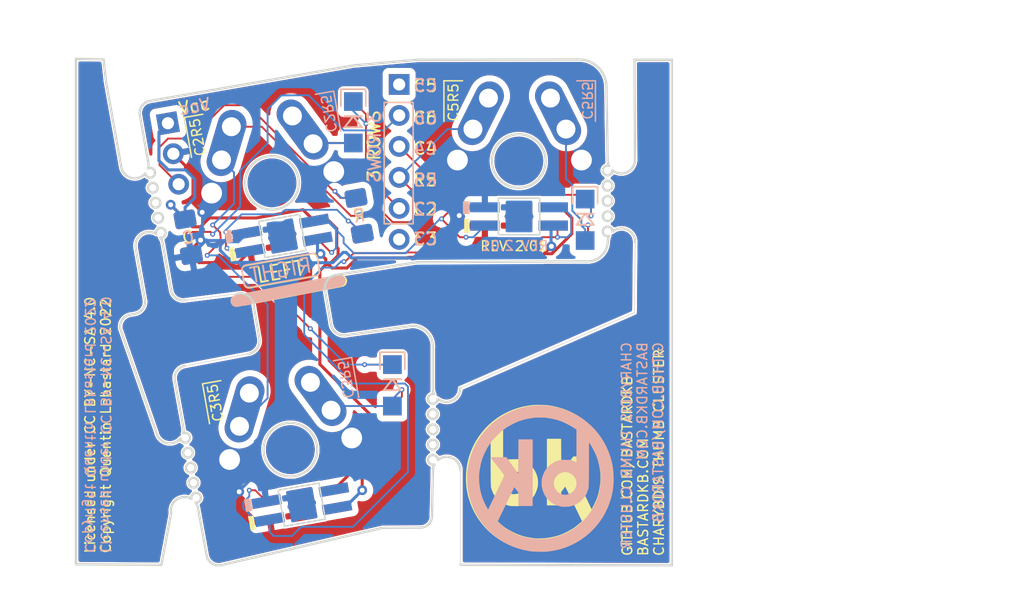
<source format=kicad_pcb>
(kicad_pcb (version 20240108) (generator "pcbnew") (generator_version "8.0")
  (layers (0 "F.Cu" signal) (31 "B.Cu" signal) (34 "B.Paste" user) (35 "F.Paste" user) (36 "B.SilkS" user "B.Silkscreen") (37 "F.SilkS" user "F.Silkscreen") (38 "B.Mask" user) (39 "F.Mask" user) (44 "Edge.Cuts" user))
  (net 0 "")
  (net 2 "col6")
  (net 3 "Net-(D5-Pad2)")
  (net 4 "col2")
  (net 5 "Net-(D9-Pad2)")
  (net 7 "col4")
  (net 8 "Net-(D19-Pad2)")
  (net 9 "row1")
  (net 10 "Vcc")
  (net 11 "Din")
  (net 12 "Gnd")
  (net 13 "Net-(D10-Pad1)")
  (net 14 "Net-(D12-Pad1)")
  (net 17 "Net-(D12-Pad3)")
  (footprint "Connector_PinHeader_2.54mm:PinHeader_1x03_P2.54mm_Vertical" (layer "F.Cu") (at 65.481539 71.553361 10)
    (property "Reference" "J2" (hide yes))
    (property "Value" "Conn_01x03_Female")
  )
  (footprint "Resistor_SMD:R_1206_3216Metric_Pad1.42x1.75mm_HandSolder" (layer "F.Cu") (at 81.15 79.15 100)
    (property "Reference" "R2" (hide yes))
    (property "Value" "R")
  )
  (footprint "libs2:YS-SK6812MINI-E_REVERSE" (layer "F.Cu") (at 94.25 79.2)
    (property "Reference" "D10" (hide yes))
    (property "Value" "SK6812MINI")
    (fp_line (start -1.7 -1.5) (end -1.7 1.5) (stroke (width 0.12)) (layer "Edge.Cuts"))
    (fp_line (start -1.7 1.5) (end 1.7 1.5) (stroke (width 0.12)) (layer "Edge.Cuts"))
    (fp_line (start 1.7 -1.5) (end -1.7 -1.5) (stroke (width 0.12)) (layer "Edge.Cuts"))
    (fp_line (start 1.7 1.5) (end 1.7 -1.5) (stroke (width 0.12)) (layer "Edge.Cuts"))
  )
  (footprint "custom:Diode_TH_SOD123" (layer "F.Cu") (at 83.872275 88.045142 -90)
    (property "Reference" "D9" (hide yes))
    (property "Value" "D")
  )
  (footprint "custom:SW_MX_reversible" (layer "F.Cu") (at 75.5396 98.2472 10)
    (property "Reference" "SW9" (hide yes))
    (property "Value" "SW_Push")
  )
  (footprint "LED_SMD:LED_1206_3216Metric_Pad1.42x1.75mm_HandSolder" (layer "F.Cu") (at 67.15 80.9 -80)
    (property "Reference" "C1" (hide yes))
    (property "Value" "C")
  )
  (footprint "custom:Diode_TH_SOD123" (layer "F.Cu") (at 80.67 66.48 -90)
    (property "Reference" "D5" (hide yes))
    (property "Value" "D")
  )
  (footprint "custom:SW_MX_reversible" (layer "F.Cu") (at 94.2848 74.5744)
    (property "Reference" "SW19" (hide yes))
    (property "Value" "SW_Push")
  )
  (footprint "libs2:YS-SK6812MINI-E_REVERSE" (layer "F.Cu") (at 74.85 80.8 10)
    (property "Reference" "D12" (hide yes))
    (property "Value" "SK6812MINI")
    (fp_line (start -1.7 -1.5) (end -1.7 1.5) (stroke (width 0.12)) (layer "Edge.Cuts"))
    (fp_line (start -1.7 1.5) (end 1.7 1.5) (stroke (width 0.12)) (layer "Edge.Cuts"))
    (fp_line (start 1.7 -1.5) (end -1.7 -1.5) (stroke (width 0.12)) (layer "Edge.Cuts"))
    (fp_line (start 1.7 1.5) (end 1.7 -1.5) (stroke (width 0.12)) (layer "Edge.Cuts"))
  )
  (footprint "libs2:YS-SK6812MINI-E_REVERSE" (layer "F.Cu") (at 76.45 102.83 10)
    (property "Reference" "D2" (hide yes))
    (property "Value" "SK6812MINI")
    (fp_line (start -1.7 -1.5) (end -1.7 1.5) (stroke (width 0.12)) (layer "Edge.Cuts"))
    (fp_line (start -1.7 1.5) (end 1.7 1.5) (stroke (width 0.12)) (layer "Edge.Cuts"))
    (fp_line (start 1.7 -1.5) (end -1.7 -1.5) (stroke (width 0.12)) (layer "Edge.Cuts"))
    (fp_line (start 1.7 1.5) (end 1.7 -1.5) (stroke (width 0.12)) (layer "Edge.Cuts"))
  )
  (footprint "Connector_PinHeader_2.54mm:PinHeader_1x06_P2.54mm_Vertical" (layer "F.Cu") (at 84.4296 68.3768)
    (property "Reference" "J1" (hide yes))
    (property "Value" "Conn_01x06_Female")
  )
  (footprint "custom:Diode_TH_SOD123" (layer "F.Cu") (at 99.67 74.474 -90)
    (property "Reference" "D19" (hide yes))
    (property "Value" "D")
  )
  (footprint "custom:SW_MX_reversible" (layer "F.Cu") (at 74.0664 76.4032 10)
    (property "Reference" "SW5" (hide yes))
    (property "Value" "SW_Push")
  )
  (footprint "LOGO" (layer "F.Cu") (at 95.9 100.65)
    (property "Reference" "G***" (hide yes))
    (property "Value" "LOGO" (hide yes))
  )
  (footprint "libs2:YS-SK6812MINI-E_REVERSE_NO_EDGECUT" (layer "B.Cu") (at 94.25 79.2)
    (property "Reference" "D11" (hide yes))
    (property "Value" "SK6812MINI")
  )
  (footprint "libs2:YS-SK6812MINI-E_REVERSE_NO_EDGECUT" (layer "B.Cu") (at 74.85 80.8 10)
    (property "Reference" "D13" (hide yes))
    (property "Value" "SK6812MINI")
  )
  (footprint "libs2:YS-SK6812MINI-E_REVERSE_NO_EDGECUT" (layer "B.Cu") (at 76.45 102.83 10)
    (property "Reference" "D3" (hide yes))
    (property "Value" "SK6812MINI")
  )
  (footprint "LOGO" (layer "B.Cu") (at 96 100.7 180)
    (property "Reference" "G***" (hide yes))
    (property "Value" "LOGO" (hide yes))
  )
  (footprint "LED_SMD:LED_1206_3216Metric_Pad1.42x1.75mm_HandSolder" (layer "B.Cu") (at 67.15 80.9 -80)
    (property "Reference" "C2" (hide yes))
    (property "Value" "C")
  )
  (footprint "Resistor_SMD:R_1206_3216Metric_Pad1.42x1.75mm_HandSolder" (layer "B.Cu") (at 81.149132 79.145076 100)
    (property "Reference" "R1" (hide yes))
    (property "Value" "R")
  )
  (gr_arc (start 77.220842 82.23473) (mid 77.541127 82.279058) (end 77.723033 82.546373) (stroke (width 0.12)) (layer "B.SilkS"))
  (gr_line (start 79.53 84.475) (end 71.105 86.125) (stroke (width 1)) (layer "B.SilkS"))
  (gr_arc (start 71.566617 83.67896) (mid 71.610944 83.358675) (end 71.878259 83.176768) (stroke (width 0.12)) (layer "B.SilkS"))
  (gr_line (start 71.878259 83.176768) (end 77.220842 82.23473) (stroke (width 0.12)) (layer "B.SilkS"))
  (gr_line (start 77.588358 84.052192) (end 72.245775 84.99423) (stroke (width 0.12)) (layer "B.SilkS"))
  (gr_line (start 77.9 83.55) (end 77.723033 82.546372) (stroke (width 0.12)) (layer "B.SilkS"))
  (gr_arc (start 77.9 83.55) (mid 77.855673 83.870285) (end 77.588358 84.052192) (stroke (width 0.12)) (layer "B.SilkS"))
  (gr_line (start 71.566617 83.67896) (end 71.743584 84.682588) (stroke (width 0.12)) (layer "B.SilkS"))
  (gr_rect (start 83.1975 69.85) (end 85.5725 79.8) (stroke (width 0.12)) (fill none) (layer "B.SilkS"))
  (gr_arc (start 72.245775 84.99423) (mid 71.92549 84.949902) (end 71.743584 84.682587) (stroke (width 0.12)) (layer "B.SilkS"))
  (gr_line (start 79.665 84.485) (end 71.735 86.015) (stroke (width 1)) (layer "F.SilkS"))
  (gr_arc (start 77.251576 82.275615) (mid 77.564985 82.355124) (end 77.716183 82.640933) (stroke (width 0.12)) (layer "F.SilkS"))
  (gr_line (start 77.251576 82.275615) (end 71.908995 83.217659) (stroke (width 0.12)) (layer "F.SilkS"))
  (gr_line (start 77.716183 82.640933) (end 77.89315 83.644561) (stroke (width 0.12)) (layer "F.SilkS"))
  (gr_arc (start 71.543676 83.682267) (mid 71.623186 83.368857) (end 71.908995 83.217659) (stroke (width 0.12)) (layer "F.SilkS"))
  (gr_line (start 71.720644 84.685895) (end 71.543677 83.682267) (stroke (width 0.12)) (layer "F.SilkS"))
  (gr_rect (start 83.2 69.85) (end 85.575 79.8) (stroke (width 0.12)) (fill none) (layer "F.SilkS"))
  (gr_line (start 72.185251 85.051213) (end 77.527832 84.109169) (stroke (width 0.12)) (layer "F.SilkS"))
  (gr_arc (start 72.185251 85.051213) (mid 71.871842 84.971704) (end 71.720644 84.685895) (stroke (width 0.12)) (layer "F.SilkS"))
  (gr_arc (start 77.893151 83.644561) (mid 77.813641 83.957971) (end 77.527832 84.109169) (stroke (width 0.12)) (layer "F.SilkS"))
  (gr_circle (center 87.190015 96.65875) (end 87.190015 97.05875) (stroke (width 0.2)) (fill none) (layer "Edge.Cuts"))
  (gr_arc (start 66.722547 96.986841) (mid 67.256834 97.529352) (end 66.506314 97.400896) (stroke (width 0.2)) (layer "Edge.Cuts"))
  (gr_arc (start 87.585343 94.143051) (mid 86.87034 94.404879) (end 87.297918 93.774831) (stroke (width 0.2)) (layer "Edge.Cuts"))
  (gr_circle (center 94.231557 74.652763) (end 96.431557 74.652763) (stroke (width 0.2)) (fill none) (layer "Edge.Cuts"))
  (gr_arc (start 64.859503 80.937226) (mid 64.984487 81.157959) (end 65.056842 81.401082) (stroke (width 0.2)) (layer "Edge.Cuts"))
  (gr_line (start 61.586115 88.418802) (end 64.53208 96.885594) (stroke (width 0.2)) (layer "Edge.Cuts"))
  (gr_line (start 60.399728 68.086451) (end 61.657985 75.150261) (stroke (width 0.2)) (layer "Edge.Cuts"))
  (gr_arc (start 71.166131 85.535797) (mid 72.017587 85.679288) (end 72.496567 86.397721) (stroke (width 0.2)) (layer "Edge.Cuts"))
  (gr_line (start 103.709519 87.079288) (end 89.43412 93.279826) (stroke (width 0.05)) (layer "Edge.Cuts"))
  (gr_line (start 68.654535 106.986262) (end 67.952736 103.124513) (stroke (width 0.2)) (layer "Edge.Cuts"))
  (gr_arc (start 63.873117 74.755686) (mid 63.889163 75.008839) (end 63.848085 75.259152) (stroke (width 0.2)) (layer "Edge.Cuts"))
  (gr_line (start 101.409519 68.579288) (end 101.50581 74.554291) (stroke (width 0.2)) (layer "Edge.Cuts"))
  (gr_circle (center 87.192197 97.908747) (end 87.192197 98.308747) (stroke (width 0.2)) (fill none) (layer "Edge.Cuts"))
  (gr_line (start 106.767587 66.352763) (end 106.767587 107.80746) (stroke (width 0.2)) (layer "Edge.Cuts"))
  (gr_arc (start 103.755805 74.550362) (mid 103.106763 75.571685) (end 101.907029 75.413587) (stroke (width 0.2)) (layer "Edge.Cuts"))
  (gr_arc (start 80.682774 66.820485) (mid 80.726317 66.813715) (end 80.770116 66.80887) (stroke (width 0.2)) (layer "Edge.Cuts"))
  (gr_arc (start 87.109122 103.709526) (mid 86.876488 104.405155) (end 86.209122 104.709526) (stroke (width 0.2)) (layer "Edge.Cuts"))
  (gr_line (start 57.951798 107.718617) (end 57.951798 66.280035) (stroke (width 0.2)) (layer "Edge.Cuts"))
  (gr_arc (start 85.887631 82.956645) (mid 85.931601 82.953734) (end 85.975656 82.952763) (stroke (width 0.2)) (layer "Edge.Cuts"))
  (gr_arc (start 63.184802 70.891511) (mid 63.349154 70.143999) (end 63.993939 69.731642) (stroke (width 0.2)) (layer "Edge.Cuts"))
  (gr_line (start 83.068065 104.732225) (end 69.817222 107.791345) (stroke (width 0.2)) (layer "Edge.Cuts"))
  (gr_circle (center 101.5117 77.929286) (end 101.5117 78.329286) (stroke (width 0.2)) (fill none) (layer "Edge.Cuts"))
  (gr_arc (start 87.297918 93.774831) (mid 87.213162 93.535749) (end 87.184125 93.283755) (stroke (width 0.2)) (layer "Edge.Cuts"))
  (gr_line (start 80.169043 88.922779) (end 85.502015 88.165856) (stroke (width 0.2)) (layer "Edge.Cuts"))
  (gr_arc (start 63.848085 75.259151) (mid 64.380477 75.803527) (end 63.630407 75.672451) (stroke (width 0.2)) (layer "Edge.Cuts"))
  (gr_line (start 106.767587 107.80746) (end 89.445902 107.75875) (stroke (width 0.2)) (layer "Edge.Cuts"))
  (gr_arc (start 69.817222 107.791345) (mid 69.06914 107.629604) (end 68.654535 106.986262) (stroke (width 0.2)) (layer "Edge.Cuts"))
  (gr_arc (start 87.594122 99.173051) (mid 88.793297 99.010766) (end 89.445902 100.029817) (stroke (width 0.2)) (layer "Edge.Cuts"))
  (gr_circle (center 64.684188 79.309013) (end 65.084188 79.309013) (stroke (width 0.2)) (fill none) (layer "Edge.Cuts"))
  (gr_arc (start 85.502015 88.165856) (mid 86.749023 88.715695) (end 87.184126 90.00722) (stroke (width 0.2)) (layer "Edge.Cuts"))
  (gr_arc (start 85.887631 66.356645) (mid 85.931601 66.353734) (end 85.975656 66.352763) (stroke (width 0.2)) (layer "Edge.Cuts"))
  (gr_arc (start 87.195906 100.033743) (mid 87.224063 99.78165) (end 87.307984 99.542273) (stroke (width 0.2)) (layer "Edge.Cuts"))
  (gr_line (start 80.770116 66.80887) (end 85.887631 66.356645) (stroke (width 0.2)) (layer "Edge.Cuts"))
  (gr_line (start 63.993939 69.731642) (end 80.682775 66.820485) (stroke (width 0.2)) (layer "Edge.Cuts"))
  (gr_arc (start 61.586115 88.418802) (mid 61.748851 87.669287) (end 62.394633 87.255497) (stroke (width 0.2)) (layer "Edge.Cuts"))
  (gr_line (start 99.709519 82.879288) (end 85.975656 82.952763) (stroke (width 0.2)) (layer "Edge.Cuts"))
  (gr_arc (start 101.619603 75.045367) (mid 101.534847 74.806285) (end 101.50581 74.554291) (stroke (width 0.2)) (layer "Edge.Cuts"))
  (gr_arc (start 101.629669 80.812809) (mid 101.199895 80.184256) (end 101.915808 80.443588) (stroke (width 0.2)) (layer "Edge.Cuts"))
  (gr_arc (start 67.405691 102.349847) (mid 68.063028 101.965541) (end 67.75378 102.661349) (stroke (width 0.2)) (layer "Edge.Cuts"))
  (gr_circle (center 64.464979 78.078384) (end 64.864979 78.078384) (stroke (width 0.2)) (fill none) (layer "Edge.Cuts"))
  (gr_line (start 60.20794 66.322801) (end 60.399728 68.086451) (stroke (width 0.2)) (layer "Edge.Cuts"))
  (gr_line (start 72.961078 89.127832) (end 72.496567 86.397721) (stroke (width 0.2)) (layer "Edge.Cuts"))
  (gr_circle (center 64.245771 76.847755) (end 64.645771 76.847755) (stroke (width 0.2)) (fill none) (layer "Edge.Cuts"))
  (gr_line (start 64.948202 107.761383) (end 57.951798 107.718617) (stroke (width 0.2)) (layer "Edge.Cuts"))
  (gr_arc (start 63.59523 86.025897) (mid 63.430879 86.77341) (end 62.786094 87.185767) (stroke (width 0.2)) (layer "Edge.Cuts"))
  (gr_line (start 89.445902 100.029817) (end 89.445902 107.75875) (stroke (width 0.05)) (layer "Edge.Cuts"))
  (gr_line (start 103.755805 74.550362) (end 103.709519 66.352763) (stroke (width 0.2)) (layer "Edge.Cuts"))
  (gr_circle (center 75.515525 98.319843) (end 77.715525 98.319843) (stroke (width 0.2)) (fill none) (layer "Edge.Cuts"))
  (gr_line (start 62.786094 87.185767) (end 62.394633 87.255497) (stroke (width 0.2)) (layer "Edge.Cuts"))
  (gr_arc (start 64.512504 80.624512) (mid 65.171177 80.242501) (end 64.859504 80.937226) (stroke (width 0.2)) (layer "Edge.Cuts"))
  (gr_line (start 103.767587 81.300353) (end 103.709519 87.079288) (stroke (width 0.05)) (layer "Edge.Cuts"))
  (gr_circle (center 101.509519 76.679288) (end 101.509519 77.079288) (stroke (width 0.2)) (fill none) (layer "Edge.Cuts"))
  (gr_arc (start 63.630408 75.67245) (mid 62.477632 76.040506) (end 61.657985 75.150261) (stroke (width 0.2)) (layer "Edge.Cuts"))
  (gr_circle (center 87.187834 95.408752) (end 87.187834 95.808752) (stroke (width 0.2)) (fill none) (layer "Edge.Cuts"))
  (gr_arc (start 101.915807 80.443587) (mid 103.114982 80.281302) (end 103.767587 81.300353) (stroke (width 0.2)) (layer "Edge.Cuts"))
  (gr_line (start 86.209122 104.709526) (end 83.068065 104.732225) (stroke (width 0.2)) (layer "Edge.Cuts"))
  (gr_line (start 57.951798 66.280035) (end 60.20794 66.322801) (stroke (width 0.2)) (layer "Edge.Cuts"))
  (gr_arc (start 66.745821 96.483289) (mid 66.762751 96.736384) (end 66.722547 96.986839) (stroke (width 0.2)) (layer "Edge.Cuts"))
  (gr_line (start 87.184126 90.00722) (end 87.184125 93.283755) (stroke (width 0.2)) (layer "Edge.Cuts"))
  (gr_line (start 87.195906 100.033743) (end 87.109122 103.709526) (stroke (width 0.2)) (layer "Edge.Cuts"))
  (gr_circle (center 101.513882 79.179283) (end 101.513882 79.579283) (stroke (width 0.2)) (fill none) (layer "Edge.Cuts"))
  (gr_arc (start 62.84171 81.795658) (mid 63.303542 80.677147) (end 64.512503 80.624511) (stroke (width 0.2)) (layer "Edge.Cuts"))
  (gr_circle (center 67.349279 99.803901) (end 67.749279 99.803901) (stroke (width 0.2)) (fill none) (layer "Edge.Cuts"))
  (gr_line (start 65.745157 85.265257) (end 65.056842 81.401082) (stroke (width 0.2)) (layer "Edge.Cuts"))
  (gr_arc (start 65.738995 103.526819) (mid 66.19692 102.406702) (end 67.40569 102.349847) (stroke (width 0.2)) (layer "Edge.Cuts"))
  (gr_arc (start 66.905027 86.074393) (mid 66.157514 85.910042) (end 65.745157 85.265257) (stroke (width 0.2)) (layer "Edge.Cuts"))
  (gr_arc (start 89.43412 93.279826) (mid 88.785078 94.301149) (end 87.585344 94.143051) (stroke (width 0.2)) (layer "Edge.Cuts"))
  (gr_arc (start 101.517591 81.304279) (mid 100.949524 82.477468) (end 99.709519 82.879288) (stroke (width 0.2)) (layer "Edge.Cuts"))
  (gr_line (start 63.873117 74.755687) (end 63.184802 70.891512) (stroke (width 0.2)) (layer "Edge.Cuts"))
  (gr_arc (start 99.009518 66.332781) (mid 100.696665 66.935603) (end 101.409519 68.579288) (stroke (width 0.2)) (layer "Edge.Cuts"))
  (gr_arc (start 66.506314 97.400897) (mid 65.354829 97.772974) (end 64.53208 96.885594) (stroke (width 0.2)) (layer "Edge.Cuts"))
  (gr_arc (start 72.961078 89.127832) (mid 72.817587 89.979288) (end 72.099154 90.458268) (stroke (width 0.2)) (layer "Edge.Cuts"))
  (gr_arc (start 101.907028 75.413587) (mid 101.192025 75.675415) (end 101.619603 75.045367) (stroke (width 0.2)) (layer "Edge.Cuts"))
  (gr_circle (center 74.010357 76.439671) (end 76.210357 76.439671) (stroke (width 0.2)) (fill none) (layer "Edge.Cuts"))
  (gr_arc (start 80.169043 88.922779) (mid 79.317587 88.779288) (end 78.838607 88.060855) (stroke (width 0.2)) (layer "Edge.Cuts"))
  (gr_line (start 78.374096 85.330744) (end 78.838607 88.060855) (stroke (width 0.2)) (layer "Edge.Cuts"))
  (gr_line (start 71.166131 85.535797) (end 66.905027 86.074393) (stroke (width 0.05)) (layer "Edge.Cuts"))
  (gr_line (start 85.975656 66.352763) (end 99.009518 66.332781) (stroke (width 0.2)) (layer "Edge.Cuts"))
  (gr_line (start 65.738995 103.526818) (end 64.948202 107.761383) (stroke (width 0.2)) (layer "Edge.Cuts"))
  (gr_arc (start 87.307984 99.542273) (mid 86.87821 98.91372) (end 87.594123 99.173052) (stroke (width 0.2)) (layer "Edge.Cuts"))
  (gr_arc (start 66.044023 92.62154) (mid 66.205764 91.873458) (end 66.849106 91.458853) (stroke (width 0.2)) (layer "Edge.Cuts"))
  (gr_arc (start 67.75378 102.661349) (mid 67.879534 102.881644) (end 67.952736 103.124513) (stroke (width 0.2)) (layer "Edge.Cuts"))
  (gr_arc (start 101.517591 81.304279) (mid 101.545748 81.052186) (end 101.629669 80.812809) (stroke (width 0.2)) (layer "Edge.Cuts"))
  (gr_line (start 66.849106 91.458853) (end 72.099154 90.458268) (stroke (width 0.05)) (layer "Edge.Cuts"))
  (gr_line (start 66.745821 96.483289) (end 66.044023 92.62154) (stroke (width 0.2)) (layer "Edge.Cuts"))
  (gr_arc (start 78.374096 85.330744) (mid 78.517587 84.479288) (end 79.23602 84.000308) (stroke (width 0.2)) (layer "Edge.Cuts"))
  (gr_circle (center 67.125776 98.574045) (end 67.525776 98.574045) (stroke (width 0.2)) (fill none) (layer "Edge.Cuts"))
  (gr_line (start 62.84171 81.795657) (end 63.59523 86.025897) (stroke (width 0.2)) (layer "Edge.Cuts"))
  (gr_circle (center 67.572782 101.033757) (end 67.972782 101.033757) (stroke (width 0.2)) (fill none) (layer "Edge.Cuts"))
  (gr_line (start 85.887631 82.956644) (end 79.23602 84.000308) (stroke (width 0.2)) (layer "Edge.Cuts"))
  (gr_line (start 103.709519 66.352763) (end 106.767587 66.352763) (stroke (width 0.2)) (layer "Edge.Cuts"))
  (gr_text "C3R5" (at 80.025 92.575 280) (layer "B.SilkS") (effects (font (size 0.8 0.8) (thickness 0.12)) (justify mirror)))
  (gr_text "C" (at 67.145876 80.947861 10) (layer "B.SilkS") (effects (font (size 1 1)) (justify mirror)))
  (gr_text "R" (at 81.15 79.15 10) (layer "B.SilkS") (effects (font (size 1 1)) (justify mirror)))
  (gr_text "BASTARDKB.COM" (at 104.35 94.35 90) (layer "B.SilkS") (effects (font (size 0.8 0.8) (thickness 0.12)) (justify mirror)))
  (gr_text "C2" (at 86.575 78.6176 0) (layer "B.SilkS") (effects (font (size 1 1)) (justify mirror)))
  (gr_text "C5" (at 86.575 68.4576 0) (layer "B.SilkS") (effects (font (size 1 1)) (justify mirror)))
  (gr_text "RIGHT" (at 74.723826 83.622131 10) (layer "B.SilkS") (effects (font (size 1.2 1.2)) (justify mirror)))
  (gr_text "Vcc" (at 67.659117 70.202823 10) (layer "B.SilkS") (effects (font (size 1 1)) (justify mirror)))
  (gr_text "Licensed under CC BY-NC-SA 4.0\nCopyright Quentin Lebastard 2022" (at 59.74 106.86 -90) (layer "B.SilkS") (effects (font (size 0.8 0.8) (thickness 0.12)) (justify left mirror)))
  (gr_text "R5" (at 86.575 76.2317 0) (layer "B.SilkS") (effects (font (size 1 1)) (justify mirror)))
  (gr_text "3 ROWS" (at 82.4225 73.52 90) (layer "B.SilkS") (effects (font (size 1 1)) (justify mirror)))
  (gr_text "REV 2.01" (at 93.9 81.6 0) (layer "B.SilkS") (effects (font (size 0.8 0.8) (thickness 0.12)) (justify mirror)))
  (gr_text "GITHUB.COM/BASTARDKB" (at 105.645 96.902381 90) (layer "B.SilkS") (effects (font (size 0.8 0.8) (thickness 0.12)) (justify mirror)))
  (gr_text "C5R5" (at 99.813 69.7 270) (layer "B.SilkS") (effects (font (size 0.8 0.8) (thickness 0.12)) (justify mirror)))
  (gr_text "C2R5" (at 78.625 70.775 280) (layer "B.SilkS") (effects (font (size 0.8 0.8) (thickness 0.12)) (justify mirror)))
  (gr_text "C3" (at 86.575 81.0577 0) (layer "B.SilkS") (effects (font (size 1 1)) (justify mirror)))
  (gr_text "C6" (at 86.575 71.15 0) (layer "B.SilkS") (effects (font (size 1 1)) (justify mirror)))
  (gr_text "C4" (at 86.575 73.6409 0) (layer "B.SilkS") (effects (font (size 1 1)) (justify mirror)))
  (gr_text "CHARYBDIS THUMB CLUSTER" (at 103.055 97.988096 90) (layer "B.SilkS") (effects (font (size 0.8 0.8) (thickness 0.12)) (justify mirror)))
  (gr_text "C3R5" (at 69.375 94.475 100) (layer "F.SilkS") (effects (font (size 0.8 0.8) (thickness 0.12))))
  (gr_text "BASTARDKB.COM" (at 104.418 102.198096 90) (layer "F.SilkS") (effects (font (size 0.8 0.8) (thickness 0.12))))
  (gr_text "GITHUB.COM/BASTARDKB" (at 103.123 99.645715 90) (layer "F.SilkS") (effects (font (size 0.8 0.8) (thickness 0.12))))
  (gr_text "C3" (at 86.575 81.0401 0) (layer "F.SilkS") (effects (font (size 1 1))))
  (gr_text "C5" (at 86.575 68.4824 0) (layer "F.SilkS") (effects (font (size 1 1))))
  (gr_text "Vcc" (at 67.65 70.15112 10) (layer "F.SilkS") (effects (font (size 1 1))))
  (gr_text "C" (at 67.137628 80.901082 10) (layer "F.SilkS") (effects (font (size 1 1))))
  (gr_text "REV 2.01" (at 93.825 81.635 0) (layer "F.SilkS") (effects (font (size 0.8 0.8) (thickness 0.12))))
  (gr_text "C2" (at 86.575 78.6 0) (layer "F.SilkS") (effects (font (size 1 1))))
  (gr_text "C5R5" (at 88.875 69.85 90) (layer "F.SilkS") (effects (font (size 0.8 0.8) (thickness 0.12))))
  (gr_text "LEFT" (at 74.719592 83.731524 10) (layer "F.SilkS") (effects (font (size 1.2 1.2))))
  (gr_text "3 ROWS" (at 82.37 73.4 90) (layer "F.SilkS") (effects (font (size 1 1))))
  (gr_text "R" (at 81.167823 79.078316 10) (layer "F.SilkS") (effects (font (size 1 1))))
  (gr_text "C2R5" (at 67.925 72.7 100) (layer "F.SilkS") (effects (font (size 0.8 0.8) (thickness 0.12))))
  (gr_text "CHARYBDIS THUMB CLUSTER" (at 105.713 98.560001 90) (layer "F.SilkS") (effects (font (size 0.8 0.8) (thickness 0.12))))
  (gr_text "R5" (at 86.575 76.2141 0) (layer "F.SilkS") (effects (font (size 1 1))))
  (gr_text "Licensed under CC BY-NC-SA 4.0\nCopyright Quentin Lebastard 2022" (at 59.749509 106.8931 90) (layer "F.SilkS") (effects (font (size 0.8 0.8) (thickness 0.12)) (justify left)))
  (gr_text "C4" (at 86.575 73.6233 0) (layer "F.SilkS") (effects (font (size 1 1))))
  (gr_text "C6" (at 86.575 71.1324 0) (layer "F.SilkS") (effects (font (size 1 1))))
  (segment (start 65.9 83.15) (end 65.9 81.65) (width 0.1524) (layer "F.Cu") (net 2))
  (segment (start 72.9 84.15) (end 66.9 84.15) (width 0.1524) (layer "F.Cu") (net 2))
  (segment (start 83.872275 91.345142) (end 81.595142 91.345142) (width 0.1524) (layer "F.Cu") (net 2))
  (segment (start 68.965052 80.465052) (end 69.15 80.65) (width 0.1524) (layer "F.Cu") (net 2))
  (segment (start 65.9 81.65) (end 66.9 80.65) (width 0.1524) (layer "F.Cu") (net 2))
  (segment (start 77.15 88.4) (end 72.9 84.15) (width 0.1524) (layer "F.Cu") (net 2))
  (segment (start 66.9 84.15) (end 65.9 83.15) (width 0.1524) (layer "F.Cu") (net 2))
  (segment (start 65.9 81.65) (end 67.084948 80.465052) (width 0.1524) (layer "F.Cu") (net 2))
  (segment (start 67.084948 80.465052) (end 68.965052 80.465052) (width 0.1524) (layer "F.Cu") (net 2))
  (via (at 81.595142 91.345142) (size 0.4) (drill 0.2) (layers "F.Cu" "B.Cu") (net 2))
  (via (at 69.15 80.65) (size 0.4) (drill 0.2) (layers "F.Cu" "B.Cu") (net 2))
  (via (at 77.15 88.4) (size 0.4) (drill 0.2) (layers "F.Cu" "B.Cu") (net 2))
  (segment (start 77.014296 69.264296) (end 79.891789 72.141789) (width 0.1524) (layer "B.Cu") (net 2))
  (segment (start 69.15 80.65) (end 71.4 78.4) (width 0.1524) (layer "B.Cu") (net 2))
  (segment (start 83.188189 72.141789) (end 83.1964 72.15) (width 0.1524) (layer "B.Cu") (net 2))
  (segment (start 73.65 73.201304) (end 73.65 70.398829) (width 0.1524) (layer "B.Cu") (net 2))
  (segment (start 83.1964 72.15) (end 84.4296 70.9168) (width 0.1524) (layer "B.Cu") (net 2))
  (segment (start 74.784533 69.264296) (end 77.014296 69.264296) (width 0.1524) (layer "B.Cu") (net 2))
  (segment (start 71.4 78.4) (end 71.4 75.451304) (width 0.1524) (layer "B.Cu") (net 2))
  (segment (start 79.891789 72.141789) (end 83.188189 72.141789) (width 0.1524) (layer "B.Cu") (net 2))
  (segment (start 74.784533 69.264296) (end 75.514296 69.264296) (width 0.1524) (layer "B.Cu") (net 2))
  (segment (start 71.4 75.451304) (end 73.65 73.201304) (width 0.1524) (layer "B.Cu") (net 2))
  (segment (start 77.15 88.4) (end 80.095142 91.345142) (width 0.1524) (layer "B.Cu") (net 2))
  (segment (start 71.4 75.451304) (end 71.550652 75.300652) (width 0.1524) (layer "B.Cu") (net 2))
  (segment (start 80.095142 91.345142) (end 83.872275 91.345142) (width 0.1524) (layer "B.Cu") (net 2))
  (segment (start 73.65 70.398829) (end 74.784533 69.264296) (width 0.1524) (layer "B.Cu") (net 2))
  (segment (start 80.67 73.18) (end 77.43764 73.18) (width 0.1524) (layer "F.Cu") (net 3))
  (segment (start 77.43764 73.18) (end 77.377451 73.240189) (width 0.1524) (layer "F.Cu") (net 3))
  (segment (start 80.67 73.18) (end 77.43764 73.18) (width 0.1524) (layer "B.Cu") (net 3))
  (segment (start 77.43764 73.18) (end 77.377451 73.240189) (width 0.1524) (layer "B.Cu") (net 3))
  (segment (start 81.708211 71.591789) (end 81.708211 75.815411) (width 0.1524) (layer "F.Cu") (net 4))
  (segment (start 81.708211 75.815411) (end 84.4296 78.5368) (width 0.1524) (layer "F.Cu") (net 4))
  (segment (start 81.708211 70.818211) (end 81.708211 71.591789) (width 0.1524) (layer "F.Cu") (net 4))
  (segment (start 80.67 69.78) (end 81.708211 70.818211) (width 0.1524) (layer "F.Cu") (net 4))
  (segment (start 81.708211 71.458211) (end 81.708211 71.591789) (width 0.1524) (layer "F.Cu") (net 4))
  (via (at 81.708211 71.591789) (size 0.4) (drill 0.2) (layers "F.Cu" "B.Cu") (net 4))
  (segment (start 81.708211 71.591789) (end 80.67 70.553578) (width 0.1524) (layer "B.Cu") (net 4))
  (segment (start 80.67 70.553578) (end 80.67 69.78) (width 0.1524) (layer "B.Cu") (net 4))
  (segment (start 84.65 93.4) (end 84.65 93.967417) (width 0.1524) (layer "F.Cu") (net 5))
  (segment (start 84.65 93.967417) (end 83.872275 94.745142) (width 0.1524) (layer "F.Cu") (net 5))
  (via (at 84.65 93.4) (size 0.4) (drill 0.2) (layers "F.Cu" "B.Cu") (net 5))
  (segment (start 83.872275 94.177725) (end 84.65 93.4) (width 0.1524) (layer "B.Cu") (net 5))
  (segment (start 83.872275 94.745142) (end 83.872275 94.177725) (width 0.1524) (layer "B.Cu") (net 5))
  (segment (start 83.872275 94.745142) (end 79.189698 94.745142) (width 0.1524) (layer "B.Cu") (net 5))
  (segment (start 79.189698 94.745142) (end 78.850651 95.084189) (width 0.1524) (layer "B.Cu") (net 5))
  (segment (start 99.67 77.774) (end 99.31978 77.42378) (width 0.1524) (layer "F.Cu") (net 7))
  (segment (start 100.15 78.254) (end 100.15 79.15) (width 0.1524) (layer "F.Cu") (net 7))
  (segment (start 99.31978 77.42378) (end 88.39658 77.42378) (width 0.1524) (layer "F.Cu") (net 7))
  (segment (start 88.39658 77.42378) (end 84.4296 73.4568) (width 0.1524) (layer "F.Cu") (net 7))
  (segment (start 99.67 77.774) (end 100.15 78.254) (width 0.1524) (layer "F.Cu") (net 7))
  (via (at 100.15 79.15) (size 0.4) (drill 0.2) (layers "F.Cu" "B.Cu") (net 7))
  (segment (start 100.15 78.254) (end 99.67 77.774) (width 0.1524) (layer "B.Cu") (net 7))
  (segment (start 100.15 79.15) (end 100.15 78.254) (width 0.1524) (layer "B.Cu") (net 7))
  (segment (start 99.9 79.9) (end 99.9 80.944) (width 0.1524) (layer "F.Cu") (net 8))
  (segment (start 99.9 80.944) (end 99.67 81.174) (width 0.1524) (layer "F.Cu") (net 8))
  (via (at 99.9 79.9) (size 0.4) (drill 0.2) (layers "F.Cu" "B.Cu") (net 8))
  (segment (start 98.616179 78.741359) (end 98.616179 76.616179) (width 0.1524) (layer "B.Cu") (net 8))
  (segment (start 99.67 80.2596) (end 99.3552 79.9448) (width 0.1524) (layer "B.Cu") (net 8))
  (segment (start 99.3552 79.9448) (end 99.8552 79.9448) (width 0.1524) (layer "B.Cu") (net 8))
  (segment (start 98.616179 76.616179) (end 98.0948 76.0948) (width 0.1524) (layer "B.Cu") (net 8))
  (segment (start 99.3552 79.9448) (end 99.3552 79.48038) (width 0.1524) (layer "B.Cu") (net 8))
  (segment (start 99.3552 79.48038) (end 98.616179 78.741359) (width 0.1524) (layer "B.Cu") (net 8))
  (segment (start 98.0948 76.0948) (end 98.0948 74.67654) (width 0.1524) (layer "B.Cu") (net 8))
  (segment (start 98.0948 76.0948) (end 98.0948 72.0344) (width 0.1524) (layer "B.Cu") (net 8))
  (segment (start 99.8552 79.9448) (end 99.9 79.9) (width 0.1524) (layer "B.Cu") (net 8))
  (segment (start 99.67 81.174) (end 99.67 80.2596) (width 0.1524) (layer "B.Cu") (net 8))
  (segment (start 82.028477 78.771523) (end 81.65 79.15) (width 0.1524) (layer "F.Cu") (net 9))
  (segment (start 85.555811 79.494189) (end 85.386989 79.663011) (width 0.1524) (layer "F.Cu") (net 9))
  (segment (start 82.99753 78.771523) (end 82.028477 78.771523) (width 0.1524) (layer "F.Cu") (net 9))
  (segment (start 69.760521 80.715314) (end 69.79758 80.752373) (width 0.1524) (layer "F.Cu") (net 9))
  (segment (start 85.386989 79.663011) (end 83.889018 79.663011) (width 0.1524) (layer "F.Cu") (net 9))
  (segment (start 69.15 79.9) (end 69.760521 80.510521) (width 0.1524) (layer "F.Cu") (net 9))
  (segment (start 68.707377 82.342623) (end 68.707377 82.389883) (width 0.1524) (layer "F.Cu") (net 9))
  (segment (start 83.889018 79.663011) (end 82.99753 78.771523) (width 0.1524) (layer "F.Cu") (net 9))
  (segment (start 69.79758 81.25242) (end 68.707377 82.342623) (width 0.1524) (layer "F.Cu") (net 9))
  (segment (start 85.555811 77.123011) (end 85.555811 79.494189) (width 0.1524) (layer "F.Cu") (net 9))
  (segment (start 69.760521 80.510521) (end 69.760521 80.715314) (width 0.1524) (layer "F.Cu") (net 9))
  (segment (start 80.47553 79.15) (end 73.166973 71.841443) (width 0.1524) (layer "F.Cu") (net 9))
  (segment (start 69.79758 80.752373) (end 69.79758 81.25242) (width 0.1524) (layer "F.Cu") (net 9))
  (segment (start 81.65 79.15) (end 80.47553 79.15) (width 0.1524) (layer "F.Cu") (net 9))
  (segment (start 80.47553 79.15) (end 80.097053 78.771523) (width 0.1524) (layer "F.Cu") (net 9))
  (segment (start 73.166973 71.841443) (end 70.682856 71.841443) (width 0.1524) (layer "F.Cu") (net 9))
  (segment (start 84.4296 75.9968) (end 85.555811 77.123011) (width 0.1524) (layer "F.Cu") (net 9))
  (via (at 68.707377 82.389883) (size 0.4) (drill 0.2) (layers "F.Cu" "B.Cu") (net 9))
  (via (at 69.15 79.9) (size 0.4) (drill 0.2) (layers "F.Cu" "B.Cu") (net 9))
  (segment (start 70.9 78.15) (end 70.9 75.590172) (width 0.1524) (layer "B.Cu") (net 9))
  (segment (start 73.65 94.103804) (end 71.346416 96.407388) (width 0.1524) (layer "B.Cu") (net 9))
  (segment (start 68.707377 82.389883) (end 69.605344 82.389883) (width 0.1524) (layer "B.Cu") (net 9))
  (segment (start 73.65 86.434539) (end 73.65 94.103804) (width 0.1524) (layer "B.Cu") (net 9))
  (segment (start 84.4296 75.9968) (end 88.392 72.0344) (width 0.1524) (layer "B.Cu") (net 9))
  (segment (start 88.392 72.0344) (end 90.4748 72.0344) (width 0.1524) (layer "B.Cu") (net 9))
  (segment (start 70.9 75.590172) (end 69.873216 74.563388) (width 0.1524) (layer "B.Cu") (net 9))
  (segment (start 69.605344 82.389883) (end 73.65 86.434539) (width 0.1524) (layer "B.Cu") (net 9))
  (segment (start 69.15 79.9) (end 70.9 78.15) (width 0.1524) (layer "B.Cu") (net 9))
  (segment (start 80.97278 82.604222) (end 80.152001 83.425001) (width 0.25) (layer "F.Cu") (net 10))
  (segment (start 78.695738 79.575179) (end 79.315683 80.195124) (width 0.25) (layer "F.Cu") (net 10))
  (segment (start 68.880048 79.321286) (end 72.726334 79.321286) (width 0.25) (layer "F.Cu") (net 10))
  (segment (start 78.664971 83.162031) (end 78.412031 83.162031) (width 0.25) (layer "F.Cu") (net 10))
  (segment (start 66.891698 79.435098) (end 67.506741 80.050141) (width 0.25) (layer "F.Cu") (net 10))
  (segment (start 78.412031 83.162031) (end 77.931766 83.642295) (width 0.25) (layer "F.Cu") (net 10))
  (segment (start 85.136369 82.604222) (end 80.97278 82.604222) (width 0.25) (layer "F.Cu") (net 10))
  (segment (start 66.891698 79.421698) (end 65.71 78.24) (width 0.25) (layer "F.Cu") (net 10))
  (segment (start 78.412031 83.162031) (end 78.412031 82.694129) (width 0.25) (layer "F.Cu") (net 10))
  (segment (start 67.506741 80.050141) (end 68.151193 80.050141) (width 0.25) (layer "F.Cu") (net 10))
  (segment (start 76.549249 78.647202) (end 77.477226 79.575179) (width 0.25) (layer "F.Cu") (net 10))
  (segment (start 97.7 78.45) (end 97.05 78.45) (width 0.25) (layer "F.Cu") (net 10))
  (segment (start 72.726334 79.321286) (end 76.549249 78.647202) (width 0.25) (layer "F.Cu") (net 10))
  (segment (start 80.716203 99.966203) (end 81.4 100.65) (width 0.25) (layer "F.Cu") (net 10))
  (segment (start 68.151193 80.050141) (end 68.880048 79.321286) (width 0.25) (layer "F.Cu") (net 10))
  (segment (start 66.891698 79.435098) (end 66.891698 79.421698) (width 0.25) (layer "F.Cu") (net 10))
  (segment (start 79.315683 81.734317) (end 79.425001 81.843635) (width 0.25) (layer "F.Cu") (net 10))
  (segment (start 96.298189 82.251811) (end 96.943209 82.251811) (width 0.25) (layer "F.Cu") (net 10))
  (segment (start 98.575011 79.325011) (end 97.7 78.45) (width 0.25) (layer "F.Cu") (net 10))
  (segment (start 82.4 95.788827) (end 82.4 98.282405) (width 0.25) (layer "F.Cu") (net 10))
  (segment (start 78.412031 82.694129) (end 77.983795 82.265893) (width 0.25) (layer "F.Cu") (net 10))
  (segment (start 79.315683 80.195124) (end 79.315683 81.734317) (width 0.25) (layer "F.Cu") (net 10))
  (segment (start 79.425001 81.843635) (end 79.425001 82.402001) (width 0.25) (layer "F.Cu") (net 10))
  (segment (start 79.425001 82.402001) (end 78.664971 83.162031) (width 0.25) (layer "F.Cu") (net 10))
  (segment (start 81.4 100.65) (end 81.4 101.65) (width 0.25) (layer "F.Cu") (net 10))
  (segment (start 78.927941 83.425001) (end 78.664971 83.162031) (width 0.25) (layer "F.Cu") (net 10))
  (segment (start 95.998789 82.551211) (end 85.18938 82.551211) (width 0.25) (layer "F.Cu") (net 10))
  (segment (start 77.931766 83.642295) (end 77.931766 91.320593) (width 0.25) (layer "F.Cu") (net 10))
  (segment (start 85.18938 82.551211) (end 85.136369 82.604222) (width 0.25) (layer "F.Cu") (net 10))
  (segment (start 98.575011 80.620009) (end 98.575011 79.325011) (width 0.25) (layer "F.Cu") (net 10))
  (segment (start 96.298189 82.251811) (end 96.9 81.65) (width 0.25) (layer "F.Cu") (net 10))
  (segment (start 96.943209 82.251811) (end 98.575011 80.620009) (width 0.25) (layer "F.Cu") (net 10))
  (segment (start 80.152001 83.425001) (end 78.927941 83.425001) (width 0.25) (layer "F.Cu") (net 10))
  (segment (start 82.4 98.282405) (end 80.716203 99.966203) (width 0.25) (layer "F.Cu") (net 10))
  (segment (start 77.477226 79.575179) (end 78.695738 79.575179) (width 0.25) (layer "F.Cu") (net 10))
  (segment (start 96.298189 82.251811) (end 95.998789 82.551211) (width 0.25) (layer "F.Cu") (net 10))
  (segment (start 80.716203 99.966203) (end 79.077226 101.605179) (width 0.25) (layer "F.Cu") (net 10))
  (segment (start 77.931766 91.320593) (end 82.4 95.788827) (width 0.25) (layer "F.Cu") (net 10))
  (via (at 81.4 101.65) (size 0.8) (drill 0.4) (layers "F.Cu" "B.Cu") (net 10))
  (via (at 77.983795 82.265893) (size 0.8) (drill 0.4) (layers "F.Cu" "B.Cu") (net 10))
  (via (at 96.9 81.65) (size 0.8) (drill 0.4) (layers "F.Cu" "B.Cu") (net 10))
  (via (at 65.71 78.24) (size 0.8) (drill 0.4) (layers "F.Cu" "B.Cu") (net 10))
  (segment (start 64.747594 72.287306) (end 64.747594 74.618779) (width 0.25) (layer "B.Cu") (net 10))
  (segment (start 65.71 78.24) (end 65.71 78.2534) (width 0.25) (layer "B.Cu") (net 10))
  (segment (start 65.71 78.2534) (end 66.891698 79.435098) (width 0.25) (layer "B.Cu") (net 10))
  (segment (start 79.967609 103.082391) (end 79.337698 103.082391) (width 0.25) (layer "B.Cu") (net 10))
  (segment (start 66.891698 79.435098) (end 66.891698 78.454808) (width 0.25) (layer "B.Cu") (net 10))
  (segment (start 66.927678 75.381173) (end 67.673253 76.126747) (width 0.25) (layer "B.Cu") (net 10))
  (segment (start 67.673253 77.673253) (end 67.673253 76.126747) (width 0.25) (layer "B.Cu") (net 10))
  (segment (start 77.737698 81.052391) (end 77.737698 82.019796) (width 0.25) (layer "B.Cu") (net 10))
  (segment (start 96.9 81.65) (end 96.874999 81.624999) (width 0.25) (layer "B.Cu") (net 10))
  (segment (start 96.874999 81.624999) (end 96.874999 80.125001) (width 0.25) (layer "B.Cu") (net 10))
  (segment (start 65.481539 71.553361) (end 64.747594 72.287306) (width 0.25) (layer "B.Cu") (net 10))
  (segment (start 96.874999 80.125001) (end 97.05 79.95) (width 0.25) (layer "B.Cu") (net 10))
  (segment (start 64.747594 74.618779) (end 65.509988 75.381173) (width 0.25) (layer "B.Cu") (net 10))
  (segment (start 81.4 101.65) (end 79.967609 103.082391) (width 0.25) (layer "B.Cu") (net 10))
  (segment (start 66.891698 78.454808) (end 67.673253 77.673253) (width 0.25) (layer "B.Cu") (net 10))
  (segment (start 65.509988 75.381173) (end 66.927678 75.381173) (width 0.25) (layer "B.Cu") (net 10))
  (segment (start 77.737698 82.019796) (end 77.983795 82.265893) (width 0.25) (layer "B.Cu") (net 10))
  (segment (start 68.268429 71.900759) (end 68.334594 71.834594) (width 0.1524) (layer "F.Cu") (net 11))
  (segment (start 67.354919 72.814269) (end 68.334594 71.834594) (width 0.1524) (layer "F.Cu") (net 11))
  (segment (start 70.092385 70.076803) (end 72.027264 70.076803) (width 0.1524) (layer "F.Cu") (net 11))
  (segment (start 68.334594 71.834594) (end 70.092385 70.076803) (width 0.1524) (layer "F.Cu") (net 11))
  (segment (start 79.635559 77.685098) (end 80.891698 77.685098) (width 0.1524) (layer "F.Cu") (net 11))
  (segment (start 72.027264 70.076803) (end 79.635559 77.685098) (width 0.1524) (layer "F.Cu") (net 11))
  (segment (start 65.496316 72.814269) (end 67.354919 72.814269) (width 0.1524) (layer "F.Cu") (net 11))
  (segment (start 64.796394 74.988906) (end 64.796394 73.514191) (width 0.1524) (layer "F.Cu") (net 11))
  (segment (start 66.363672 76.556184) (end 64.796394 74.988906) (width 0.1524) (layer "F.Cu") (net 11))
  (segment (start 64.796394 73.514191) (end 65.496316 72.814269) (width 0.1524) (layer "F.Cu") (net 11))
  (via (at 79.165449 77.13455) (size 0.4) (drill 0.2) (layers "F.Cu" "B.Cu") (net 11))
  (segment (start 79.711073 77.680174) (end 79.165449 77.13455) (width 0.1524) (layer "B.Cu") (net 11))
  (segment (start 80.89083 77.680174) (end 79.711073 77.680174) (width 0.1524) (layer "B.Cu") (net 11))
  (segment (start 67.538683 75.670851) (end 67.538683 78.109026) (width 0.25) (layer "F.Cu") (net 12))
  (segment (start 67.538683 78.109026) (end 68.287716 78.858059) (width 0.25) (layer "F.Cu") (net 12))
  (segment (start 90.17379 79.95) (end 89.35 79.12621) (width 0.25) (layer "F.Cu") (net 12))
  (segment (start 67.408302 81.891698) (end 68.158737 81.141263) (width 0.25) (layer "F.Cu") (net 12))
  (segment (start 71.26765 82.979945) (end 72.222774 82.024821) (width 0.25) (layer "F.Cu") (net 12))
  (segment (start 67.408302 82.364902) (end 68.023345 82.979945) (width 0.25) (layer "F.Cu") (net 12))
  (segment (start 67.408302 82.364902) (end 67.408302 81.891698) (width 0.25) (layer "F.Cu") (net 12))
  (segment (start 71.323052 102.773611) (end 71.323052 101.770641) (width 0.25) (layer "F.Cu") (net 12))
  (segment (start 73.822774 104.054821) (end 72.604262 104.054821) (width 0.25) (layer "F.Cu") (net 12))
  (segment (start 72.604262 104.054821) (end 71.323052 102.773611) (width 0.25) (layer "F.Cu") (net 12))
  (segment (start 65.922605 74.054773) (end 67.538683 75.670851) (width 0.25) (layer "F.Cu") (net 12))
  (segment (start 91.45 79.95) (end 90.17379 79.95) (width 0.25) (layer "F.Cu") (net 12))
  (segment (start 68.023345 82.979945) (end 71.26765 82.979945) (width 0.25) (layer "F.Cu") (net 12))
  (via (at 68.158737 81.141263) (size 0.8) (drill 0.4) (layers "F.Cu" "B.Cu") (net 12))
  (via (at 68.287716 78.858059) (size 0.8) (drill 0.4) (layers "F.Cu" "B.Cu") (net 12))
  (via (at 71.323052 101.770641) (size 0.8) (drill 0.4) (layers "F.Cu" "B.Cu") (net 12))
  (via (at 89.35 79.12621) (size 0.8) (drill 0.4) (layers "F.Cu" "B.Cu") (net 12))
  (segment (start 75.116914 82.990894) (end 78.991708 82.990894) (width 0.25) (layer "B.Cu") (net 12))
  (segment (start 68.636602 81.136602) (end 68.675001 81.175001) (width 0.25) (layer "B.Cu") (net 12))
  (segment (start 71.238587 81.271324) (end 70.069661 81.271324) (width 0.25) (layer "B.Cu") (net 12))
  (segment (start 73.562302 101.562302) (end 73.562302 102.577609) (width 0.25) (layer "B.Cu") (net 12))
  (segment (start 70.744849 82.96199) (end 75.08801 82.96199) (width 0.25) (layer "B.Cu") (net 12))
  (segment (start 75.08801 82.96199) (end 75.116914 82.990894) (width 0.25) (layer "B.Cu") (net 12))
  (segment (start 68.624999 81.124999) (end 68.636602 81.136602) (width 0.25) (layer "B.Cu") (net 12))
  (segment (start 68.675001 81.175001) (end 71.33491 81.175001) (width 0.25) (layer "B.Cu") (net 12))
  (segment (start 71.962302 80.547609) (end 71.238587 81.271324) (width 0.25) (layer "B.Cu") (net 12))
  (segment (start 90.02621 78.45) (end 89.35 79.12621) (width 0.25) (layer "B.Cu") (net 12))
  (segment (start 73.456014 96.843986) (end 72.65 97.65) (width 0.25) (layer "B.Cu") (net 12))
  (segment (start 75.08801 82.96199) (end 75.08801 94.46199) (width 0.25) (layer "B.Cu") (net 12))
  (segment (start 69.771531 81.569454) (end 69.771531 81.988672) (width 0.25) (layer "B.Cu") (net 12))
  (segment (start 68.32 79.952998) (end 68.32 78.890343) (width 0.25) (layer "B.Cu") (net 12))
  (segment (start 72.65 100.65) (end 73.562302 101.562302) (width 0.25) (layer "B.Cu") (net 12))
  (segment (start 72.372998 100.65) (end 71.323052 101.699946) (width 0.25) (layer "B.Cu") (net 12))
  (segment (start 68.32 79.952998) (end 68.271499 80.001499) (width 0.25) (layer "B.Cu") (net 12))
  (segment (start 73.456014 96.093986) (end 73.456014 96.843986) (width 0.25) (layer "B.Cu") (net 12))
  (segment (start 71.33491 81.175001) (end 71.962302 80.547609) (width 0.25) (layer "B.Cu") (net 12))
  (segment (start 78.991708 82.990894) (end 79.832602 82.15) (width 0.25) (layer "B.Cu") (net 12))
  (segment (start 75.08801 94.46199) (end 73.456014 96.093986) (width 0.25) (layer "B.Cu") (net 12))
  (segment (start 72.65 97.65) (end 72.65 100.65) (width 0.25) (layer "B.Cu") (net 12))
  (segment (start 68.32 79.952998) (end 68.158737 80.114261) (width 0.25) (layer "B.Cu") (net 12))
  (segment (start 79.832602 82.15) (end 80.082602 82.15) (width 0.25) (layer "B.Cu") (net 12))
  (segment (start 69.771531 81.988672) (end 70.744849 82.96199) (width 0.25) (layer "B.Cu") (net 12))
  (segment (start 66.340495 74.054773) (end 65.922605 74.054773) (width 0.25) (layer "B.Cu") (net 12))
  (segment (start 85.871988 82.604222) (end 89.35 79.12621) (width 0.25) (layer "B.Cu") (net 12))
  (segment (start 68.636602 81.136602) (end 67.408302 82.364902) (width 0.25) (layer "B.Cu") (net 12))
  (segment (start 80.082602 82.15) (end 80.536824 82.604222) (width 0.25) (layer "B.Cu") (net 12))
  (segment (start 71.323052 101.699946) (end 71.323052 101.770641) (width 0.25) (layer "B.Cu") (net 12))
  (segment (start 68.158737 80.114261) (end 68.158737 81.141263) (width 0.25) (layer "B.Cu") (net 12))
  (segment (start 91.45 78.45) (end 90.02621 78.45) (width 0.25) (layer "B.Cu") (net 12))
  (segment (start 70.069661 81.271324) (end 69.771531 81.569454) (width 0.25) (layer "B.Cu") (net 12))
  (segment (start 80.536824 82.604222) (end 85.871988 82.604222) (width 0.25) (layer "B.Cu") (net 12))
  (segment (start 72.65 100.65) (end 72.372998 100.65) (width 0.25) (layer "B.Cu") (net 12))
  (segment (start 68.32 78.890343) (end 68.287716 78.858059) (width 0.25) (layer "B.Cu") (net 12))
  (segment (start 96.140634 80.9) (end 94.890634 82.15) (width 0.1524) (layer "F.Cu") (net 13))
  (segment (start 72.634693 101.65) (end 73.562302 102.577609) (width 0.1524) (layer "F.Cu") (net 13))
  (segment (start 72.15 101.65) (end 72.634693 101.65) (width 0.1524) (layer "F.Cu") (net 13))
  (segment (start 80.703011 82.203011) (end 80.006022 82.9) (width 0.1524) (layer "F.Cu") (net 13))
  (segment (start 85.023193 82.15) (end 84.970182 82.203011) (width 0.1524) (layer "F.Cu") (net 13))
  (segment (start 84.970182 82.203011) (end 80.703011 82.203011) (width 0.1524) (layer "F.Cu") (net 13))
  (segment (start 80.006022 82.9) (end 79.9 82.9) (width 0.1524) (layer "F.Cu") (net 13))
  (segment (start 97.4 80.9) (end 97.4 80.3) (width 0.1524) (layer "F.Cu") (net 13))
  (segment (start 97.4 80.3) (end 97.05 79.95) (width 0.1524) (layer "F.Cu") (net 13))
  (segment (start 94.890634 82.15) (end 85.023193 82.15) (width 0.1524) (layer "F.Cu") (net 13))
  (segment (start 97.4 80.9) (end 96.140634 80.9) (width 0.1524) (layer "F.Cu") (net 13))
  (via (at 72.15 101.65) (size 0.4) (drill 0.2) (layers "F.Cu" "B.Cu") (net 13))
  (via (at 97.4 80.9) (size 0.4) (drill 0.2) (layers "F.Cu" "B.Cu") (net 13))
  (via (at 79.9 82.9) (size 0.4) (drill 0.2) (layers "F.Cu" "B.Cu") (net 13))
  (segment (start 71.65 103.100559) (end 71.65 102.650919) (width 0.1524) (layer "B.Cu") (net 13))
  (segment (start 72.604262 104.054821) (end 71.65 103.100559) (width 0.1524) (layer "B.Cu") (net 13))
  (segment (start 80.65 104.65) (end 76.4 104.65) (width 0.1524) (layer "B.Cu") (net 13))
  (segment (start 74.15 105.4) (end 73.822774 105.072774) (width 0.1524) (layer "B.Cu") (net 13))
  (segment (start 97.826436 78.45) (end 98.526211 79.149775) (width 0.1524) (layer "B.Cu") (net 13))
  (segment (start 78.157886 83.392114) (end 76.65 84.9) (width 0.1524) (layer "B.Cu") (net 13))
  (segment (start 71.65 102.650919) (end 72.15 102.150919) (width 0.1524) (layer "B.Cu") (net 13))
  (segment (start 76.4 104.65) (end 75.65 105.4) (width 0.1524) (layer "B.Cu") (net 13))
  (segment (start 98.20718 80.9) (end 97.4 80.9) (width 0.1524) (layer "B.Cu") (net 13))
  (segment (start 98.526211 80.580969) (end 98.20718 80.9) (width 0.1524) (layer "B.Cu") (net 13))
  (segment (start 98.526211 79.149775) (end 98.526211 80.580969) (width 0.1524) (layer "B.Cu") (net 13))
  (segment (start 76.65 88.9) (end 80.65 92.9) (width 0.1524) (layer "B.Cu") (net 13))
  (segment (start 85.15 100.15) (end 80.65 104.65) (width 0.1524) (layer "B.Cu") (net 13))
  (segment (start 79.9 82.9) (end 79.650012 82.9) (width 0.1524) (layer "B.Cu") (net 13))
  (segment (start 79.157899 83.392113) (end 78.157886 83.392114) (width 0.1524) (layer "B.Cu") (net 13))
  (segment (start 76.65 84.9) (end 76.65 88.9) (width 0.1524) (layer "B.Cu") (net 13))
  (segment (start 85.15 93.15) (end 85.15 100.15) (width 0.1524) (layer "B.Cu") (net 13))
  (segment (start 73.822774 105.072774) (end 73.822774 104.054821) (width 0.1524) (layer "B.Cu") (net 13))
  (segment (start 79.650012 82.9) (end 79.157899 83.392113) (width 0.1524) (layer "B.Cu") (net 13))
  (segment (start 80.65 92.9) (end 84.9 92.9) (width 0.1524) (layer "B.Cu") (net 13))
  (segment (start 73.822774 104.054821) (end 72.604262 104.054821) (width 0.1524) (layer "B.Cu") (net 13))
  (segment (start 97.05 78.45) (end 97.826436 78.45) (width 0.1524) (layer "B.Cu") (net 13))
  (segment (start 72.15 102.150919) (end 72.15 101.65) (width 0.1524) (layer "B.Cu") (net 13))
  (segment (start 84.9 92.9) (end 85.15 93.15) (width 0.1524) (layer "B.Cu") (net 13))
  (segment (start 75.65 105.4) (end 74.15 105.4) (width 0.1524) (layer "B.Cu") (net 13))
  (segment (start 87.9 79.4) (end 88.85 78.45) (width 0.1524) (layer "F.Cu") (net 14))
  (segment (start 88.85 78.45) (end 91.45 78.45) (width 0.1524) (layer "F.Cu") (net 14))
  (segment (start 89.4 80.9) (end 89.9 80.9) (width 0.1524) (layer "F.Cu") (net 14))
  (segment (start 87.9 79.4) (end 89.4 80.9) (width 0.1524) (layer "F.Cu") (net 14))
  (segment (start 78.9 82.15) (end 78.835307 82.15) (width 0.1524) (layer "F.Cu") (net 14))
  (segment (start 78.835307 82.15) (end 77.737698 81.052391) (width 0.1524) (layer "F.Cu") (net 14))
  (via (at 78.9 82.15) (size 0.4) (drill 0.2) (layers "F.Cu" "B.Cu") (net 14))
  (via (at 89.9 80.9) (size 0.4) (drill 0.2) (layers "F.Cu" "B.Cu") (net 14))
  (via (at 87.9 79.4) (size 0.4) (drill 0.2) (layers "F.Cu" "B.Cu") (net 14))
  (segment (start 87.9 79.4) (end 87.773193 79.4) (width 0.1524) (layer "B.Cu") (net 14))
  (segment (start 89.9 80.9) (end 90.5 80.9) (width 0.1524) (layer "B.Cu") (net 14))
  (segment (start 78.9 82.15) (end 79.266883 81.783117) (width 0.1524) (layer "B.Cu") (net 14))
  (segment (start 79.266883 80.146324) (end 78.695738 79.575179) (width 0.1524) (layer "B.Cu") (net 14))
  (segment (start 78.695738 79.575179) (end 77.477226 79.575179) (width 0.1524) (layer "B.Cu") (net 14))
  (segment (start 84.970182 82.203011) (end 83.889018 82.203011) (width 0.1524) (layer "B.Cu") (net 14))
  (segment (start 80.703011 82.203011) (end 80.196403 81.696403) (width 0.1524) (layer "B.Cu") (net 14))
  (segment (start 78.534623 79.575179) (end 77.477226 79.575179) (width 0.1524) (layer "B.Cu") (net 14))
  (segment (start 79.266883 81.783117) (end 79.266883 80.146324) (width 0.1524) (layer "B.Cu") (net 14))
  (segment (start 79.879722 80.920278) (end 78.534623 79.575179) (width 0.1524) (layer "B.Cu") (net 14))
  (segment (start 80.196403 81.696403) (end 79.879722 81.379722) (width 0.1524) (layer "B.Cu") (net 14))
  (segment (start 83.889018 82.203011) (end 80.703011 82.203011) (width 0.1524) (layer "B.Cu") (net 14))
  (segment (start 79.879722 81.379722) (end 79.879722 80.920278) (width 0.1524) (layer "B.Cu") (net 14))
  (segment (start 79.266883 81.783117) (end 79.266883 81.016883) (width 0.1524) (layer "B.Cu") (net 14))
  (segment (start 90.5 80.9) (end 91.45 79.95) (width 0.1524) (layer "B.Cu") (net 14))
  (segment (start 87.773193 79.4) (end 84.970182 82.203011) (width 0.1524) (layer "B.Cu") (net 14))
  (segment (start 70.236732 81.711395) (end 70.321662 81.796325) (width 0.1524) (layer "F.Cu") (net 17))
  (segment (start 80.368282 79.574882) (end 80.260467 79.574882) (width 0.1524) (layer "F.Cu") (net 17))
  (segment (start 70.297609 80.547609) (end 70.236732 80.486732) (width 0.1524) (layer "F.Cu") (net 17))
  (segment (start 71.962302 80.547609) (end 70.297609 80.547609) (width 0.1524) (layer "F.Cu") (net 17))
  (segment (start 70.236732 80.486732) (end 70.236732 81.711395) (width 0.1524) (layer "F.Cu") (net 17))
  (segment (start 81.408302 80.614902) (end 80.368282 79.574882) (width 0.1524) (layer "F.Cu") (net 17))
  (via (at 70.321662 81.796325) (size 0.4) (drill 0.2) (layers "F.Cu" "B.Cu") (net 17))
  (via (at 70.236732 80.486732) (size 0.4) (drill 0.2) (layers "F.Cu" "B.Cu") (net 17))
  (via (at 80.260467 79.574882) (size 0.4) (drill 0.2) (layers "F.Cu" "B.Cu") (net 17))
  (segment (start 75.054002 78.688654) (end 75.14351 78.654181) (width 0.1524) (layer "B.Cu") (net 17))
  (segment (start 81.407434 80.609978) (end 80.372338 79.574882) (width 0.1524) (layer "B.Cu") (net 17))
  (segment (start 70.550158 82.024821) (end 70.321662 81.796325) (width 0.1524) (layer "B.Cu") (net 17))
  (segment (start 71.523829 79.024555) (end 74.680079 79.024555) (width 0.1524) (layer "B.Cu") (net 17))
  (segment (start 75.14351 78.654181) (end 79.339766 78.654181) (width 0.1524) (layer "B.Cu") (net 17))
  (segment (start 70.236732 80.311652) (end 71.523829 79.024555) (width 0.1524) (layer "B.Cu") (net 17))
  (segment (start 80.372338 79.574882) (end 80.260467 79.574882) (width 0.1524) (layer "B.Cu") (net 17))
  (segment (start 72.222774 82.024821) (end 70.550158 82.024821) (width 0.1524) (layer "B.Cu") (net 17))
  (segment (start 74.969878 78.734756) (end 75.054002 78.688654) (width 0.1524) (layer "B.Cu") (net 17))
  (segment (start 79.339766 78.654181) (end 80.260467 79.574882) (width 0.1524) (layer "B.Cu") (net 17))
  (segment (start 74.680079 79.024555) (end 74.969878 78.734756) (width 0.1524) (layer "B.Cu") (net 17))
  (segment (start 70.236732 80.486732) (end 70.236732 80.311652) (width 0.1524) (layer "B.Cu") (net 17))
  (zone (net 12) (net_name "Gnd") (layers "F&B.Cu") (connect_pads (clearance 0.508)) (min_thickness 0.254) (fill yes (thermal_gap 0.508) (thermal_bridge_width 0.508) (island_removal_mode 2) (island_area_min 1))
    (polygon (pts (xy 135.625 64.3) (xy 135.075 108.925) (xy 51.725 110.15) (xy 53.525 61.45)))
  )
)
</source>
